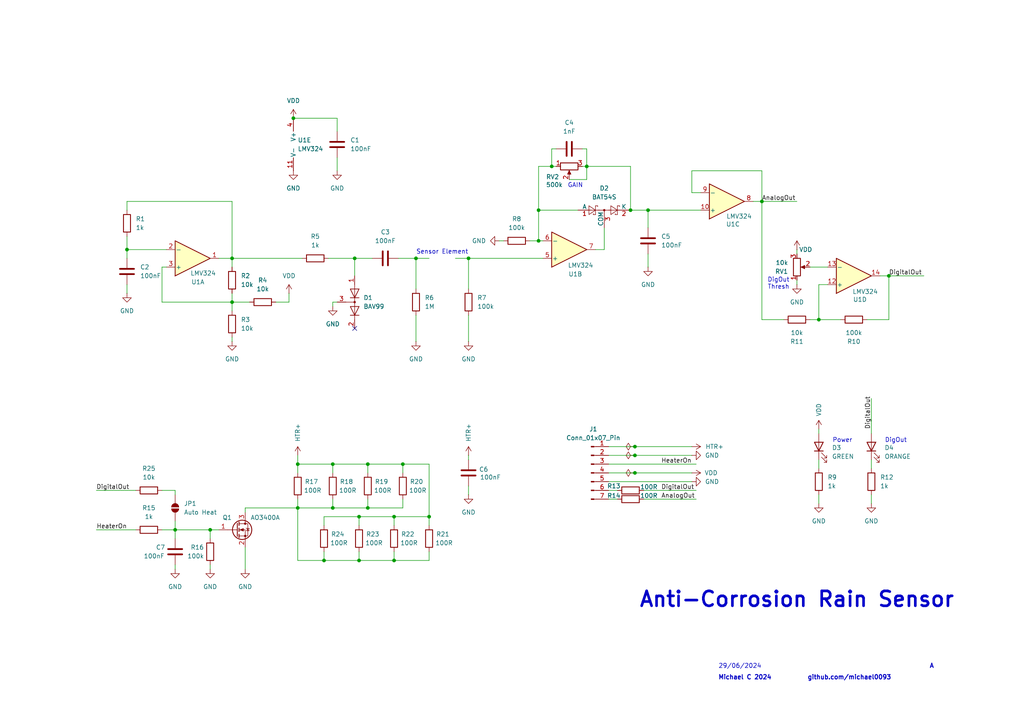
<source format=kicad_sch>
(kicad_sch (version 20231120) (generator "eeschema") (generator_version "8.0")
  (paper "A4")
  (lib_symbols
    (symbol "Amplifier_Operational:LMV324" (pin_names (offset 0.127))
      (property "Reference" "U" (at 0 5.08 0))
      (property "Value" "LMV324" (at 0 -5.08 0))
      (symbol "LMV324_1_1"
        (polyline (pts (xy -5.08 5.08) (xy 5.08 0) (xy -5.08 -5.08) (xy -5.08 5.08)) (stroke (width 0.254)) (fill (type background)))
        (pin output line (at 7.62 0 180) (length 2.54) (name "~") (number "1"))
        (pin input line (at -7.62 -2.54 0) (length 2.54) (name "-") (number "2"))
        (pin input line (at -7.62 2.54 0) (length 2.54) (name "+") (number "3"))
      )
      (symbol "LMV324_2_1"
        (polyline (pts (xy -5.08 5.08) (xy 5.08 0) (xy -5.08 -5.08) (xy -5.08 5.08)) (stroke (width 0.254)) (fill (type background)))
        (pin input line (at -7.62 2.54 0) (length 2.54) (name "+") (number "5"))
        (pin input line (at -7.62 -2.54 0) (length 2.54) (name "-") (number "6"))
        (pin output line (at 7.62 0 180) (length 2.54) (name "~") (number "7"))
      )
      (symbol "LMV324_3_1"
        (polyline (pts (xy -5.08 5.08) (xy 5.08 0) (xy -5.08 -5.08) (xy -5.08 5.08)) (stroke (width 0.254)) (fill (type background)))
        (pin input line (at -7.62 2.54 0) (length 2.54) (name "+") (number "10"))
        (pin output line (at 7.62 0 180) (length 2.54) (name "~") (number "8"))
        (pin input line (at -7.62 -2.54 0) (length 2.54) (name "-") (number "9"))
      )
      (symbol "LMV324_4_1"
        (polyline (pts (xy -5.08 5.08) (xy 5.08 0) (xy -5.08 -5.08) (xy -5.08 5.08)) (stroke (width 0.254)) (fill (type background)))
        (pin input line (at -7.62 2.54 0) (length 2.54) (name "+") (number "12"))
        (pin input line (at -7.62 -2.54 0) (length 2.54) (name "-") (number "13"))
        (pin output line (at 7.62 0 180) (length 2.54) (name "~") (number "14"))
      )
      (symbol "LMV324_5_1"
        (pin power_in line (at -2.54 -7.62 90) (length 3.81) (name "V-") (number "11"))
        (pin power_in line (at -2.54 7.62 270) (length 3.81) (name "V+") (number "4"))
      )
    )
    (symbol "Connector:Conn_01x07_Pin" (pin_names (offset 1.016) hide)
      (property "Reference" "J" (at 0 10.16 0))
      (property "Value" "Conn_01x07_Pin" (at 0 -10.16 0))
      (symbol "Conn_01x07_Pin_1_1"
        (polyline (pts (xy 1.27 -7.62) (xy 0.8636 -7.62)) (stroke (width 0.1524)))
        (polyline (pts (xy 1.27 -5.08) (xy 0.8636 -5.08)) (stroke (width 0.1524)))
        (polyline (pts (xy 1.27 -2.54) (xy 0.8636 -2.54)) (stroke (width 0.1524)))
        (polyline (pts (xy 1.27 0) (xy 0.8636 0)) (stroke (width 0.1524)))
        (polyline (pts (xy 1.27 2.54) (xy 0.8636 2.54)) (stroke (width 0.1524)))
        (polyline (pts (xy 1.27 5.08) (xy 0.8636 5.08)) (stroke (width 0.1524)))
        (polyline (pts (xy 1.27 7.62) (xy 0.8636 7.62)) (stroke (width 0.1524)))
        (rectangle (start 0.8636 -7.493) (end 0 -7.747) (stroke (width 0.1524)) (fill (type outline)))
        (rectangle (start 0.8636 -4.953) (end 0 -5.207) (stroke (width 0.1524)) (fill (type outline)))
        (rectangle (start 0.8636 -2.413) (end 0 -2.667) (stroke (width 0.1524)) (fill (type outline)))
        (rectangle (start 0.8636 0.127) (end 0 -0.127) (stroke (width 0.1524)) (fill (type outline)))
        (rectangle (start 0.8636 2.667) (end 0 2.413) (stroke (width 0.1524)) (fill (type outline)))
        (rectangle (start 0.8636 5.207) (end 0 4.953) (stroke (width 0.1524)) (fill (type outline)))
        (rectangle (start 0.8636 7.747) (end 0 7.493) (stroke (width 0.1524)) (fill (type outline)))
        (pin passive line (at 5.08 7.62 180) (length 3.81) (name "Pin_1") (number "1"))
        (pin passive line (at 5.08 5.08 180) (length 3.81) (name "Pin_2") (number "2"))
        (pin passive line (at 5.08 2.54 180) (length 3.81) (name "Pin_3") (number "3"))
        (pin passive line (at 5.08 0 180) (length 3.81) (name "Pin_4") (number "4"))
        (pin passive line (at 5.08 -2.54 180) (length 3.81) (name "Pin_5") (number "5"))
        (pin passive line (at 5.08 -5.08 180) (length 3.81) (name "Pin_6") (number "6"))
        (pin passive line (at 5.08 -7.62 180) (length 3.81) (name "Pin_7") (number "7"))
      )
    )
    (symbol "Device:C" (pin_numbers hide) (pin_names (offset 0.254))
      (property "Reference" "C" (at 0.635 2.54 0))
      (property "Value" "C" (at 0.635 -2.54 0))
      (symbol "C_0_1"
        (polyline (pts (xy -2.032 -0.762) (xy 2.032 -0.762)) (stroke (width 0.508)))
        (polyline (pts (xy -2.032 0.762) (xy 2.032 0.762)) (stroke (width 0.508)))
      )
      (symbol "C_1_1"
        (pin passive line (at 0 3.81 270) (length 2.794) (name "~") (number "1"))
        (pin passive line (at 0 -3.81 90) (length 2.794) (name "~") (number "2"))
      )
    )
    (symbol "Device:LED" (pin_numbers hide) (pin_names (offset 1.016) hide)
      (property "Reference" "D" (at 0 2.54 0))
      (property "Value" "LED" (at 0 -2.54 0))
      (symbol "LED_0_1"
        (polyline (pts (xy -1.27 -1.27) (xy -1.27 1.27)) (stroke (width 0.254)))
        (polyline (pts (xy -1.27 0) (xy 1.27 0)))
        (polyline (pts (xy 1.27 -1.27) (xy 1.27 1.27) (xy -1.27 0) (xy 1.27 -1.27)) (stroke (width 0.254)))
        (polyline (pts (xy -3.048 -0.762) (xy -4.572 -2.286) (xy -3.81 -2.286) (xy -4.572 -2.286) (xy -4.572 -1.524)))
        (polyline (pts (xy -1.778 -0.762) (xy -3.302 -2.286) (xy -2.54 -2.286) (xy -3.302 -2.286) (xy -3.302 -1.524)))
      )
      (symbol "LED_1_1"
        (pin passive line (at -3.81 0 0) (length 2.54) (name "K") (number "1"))
        (pin passive line (at 3.81 0 180) (length 2.54) (name "A") (number "2"))
      )
    )
    (symbol "Device:R" (pin_numbers hide) (pin_names (offset 0))
      (property "Reference" "R" (at 2.032 0 90))
      (property "Value" "R" (at 0 0 90))
      (symbol "R_0_1"
        (rectangle (start -1.016 -2.54) (end 1.016 2.54) (stroke (width 0.254)))
      )
      (symbol "R_1_1"
        (pin passive line (at 0 3.81 270) (length 1.27) (name "~") (number "1"))
        (pin passive line (at 0 -3.81 90) (length 1.27) (name "~") (number "2"))
      )
    )
    (symbol "Device:R_Potentiometer" (pin_names (offset 1.016) hide)
      (property "Reference" "RV" (at -4.445 0 90))
      (property "Value" "R_Potentiometer" (at -2.54 0 90))
      (symbol "R_Potentiometer_0_1"
        (polyline (pts (xy 2.54 0) (xy 1.524 0)))
        (polyline (pts (xy 1.143 0) (xy 2.286 0.508) (xy 2.286 -0.508) (xy 1.143 0)) (fill (type outline)))
        (rectangle (start 1.016 2.54) (end -1.016 -2.54) (stroke (width 0.254)))
      )
      (symbol "R_Potentiometer_1_1"
        (pin passive line (at 0 3.81 270) (length 1.27) (name "1") (number "1"))
        (pin passive line (at 3.81 0 180) (length 1.27) (name "2") (number "2"))
        (pin passive line (at 0 -3.81 90) (length 1.27) (name "3") (number "3"))
      )
    )
    (symbol "Diode:BAT54S" (pin_names (offset 0))
      (property "Reference" "D" (at 2.54 -5.08 0))
      (property "Value" "BAT54S" (at -6.35 3.175 0))
      (symbol "BAT54S_0_1"
        (polyline (pts (xy -3.81 0) (xy -1.27 0)))
        (polyline (pts (xy -3.175 -1.27) (xy -3.175 -1.016)))
        (polyline (pts (xy -2.54 -1.27) (xy -3.175 -1.27)))
        (polyline (pts (xy -2.54 -1.27) (xy -2.54 1.27)))
        (polyline (pts (xy -2.54 1.27) (xy -1.905 1.27)))
        (polyline (pts (xy -1.905 0) (xy 1.905 0)))
        (polyline (pts (xy -1.905 1.27) (xy -1.905 1.016)))
        (polyline (pts (xy 1.27 0) (xy 3.81 0)))
        (polyline (pts (xy 3.175 -1.27) (xy 3.175 -1.016)))
        (polyline (pts (xy 3.81 -1.27) (xy 3.175 -1.27)))
        (polyline (pts (xy 3.81 -1.27) (xy 3.81 1.27)))
        (polyline (pts (xy 3.81 1.27) (xy 4.445 1.27)))
        (polyline (pts (xy 4.445 1.27) (xy 4.445 1.016)))
        (polyline (pts (xy -4.445 1.27) (xy -4.445 -1.27) (xy -2.54 0) (xy -4.445 1.27)))
        (polyline (pts (xy 1.905 1.27) (xy 1.905 -1.27) (xy 3.81 0) (xy 1.905 1.27)))
        (circle (center 0 0) (radius 0.254) (fill (type outline)))
      )
      (symbol "BAT54S_1_1"
        (pin passive line (at -7.62 0 0) (length 3.81) (name "A") (number "1"))
        (pin passive line (at 7.62 0 180) (length 3.81) (name "K") (number "2"))
        (pin passive line (at 0 -5.08 90) (length 5.08) (name "COM") (number "3"))
      )
    )
    (symbol "Diode:BAV99" (pin_names hide)
      (property "Reference" "D" (at 0 5.08 0))
      (property "Value" "BAV99" (at 0 2.54 0))
      (symbol "BAV99_0_1"
        (polyline (pts (xy -5.08 0) (xy 5.08 0)))
      )
      (symbol "BAV99_1_1"
        (polyline (pts (xy 0 0) (xy 0 -2.54)))
        (polyline (pts (xy -1.27 -1.27) (xy -1.27 1.27) (xy -1.27 1.27)) (stroke (width 0.2032)))
        (polyline (pts (xy 3.81 1.27) (xy 3.81 -1.27) (xy 3.81 -1.27)) (stroke (width 0.2032)))
        (polyline (pts (xy -3.81 1.27) (xy -1.27 0) (xy -3.81 -1.27) (xy -3.81 1.27) (xy -3.81 1.27) (xy -3.81 1.27)) (stroke (width 0.2032)))
        (polyline (pts (xy 1.27 1.27) (xy 3.81 0) (xy 1.27 -1.27) (xy 1.27 1.27) (xy 1.27 1.27) (xy 1.27 1.27)) (stroke (width 0.2032)))
        (circle (center 0 0) (radius 0.254) (fill (type outline)))
        (pin passive line (at -7.62 0 0) (length 2.54) (name "K") (number "1"))
        (pin passive line (at 7.62 0 180) (length 2.54) (name "A") (number "2"))
        (pin passive line (at 0 -5.08 90) (length 2.54) (name "K") (number "3"))
      )
    )
    (symbol "Jumper:SolderJumper_2_Open" (pin_numbers hide) (pin_names (offset 0) hide) (exclude_from_sim yes) (in_bom no)
      (property "Reference" "JP" (at 0 2.032 0))
      (property "Value" "SolderJumper_2_Open" (at 0 -2.54 0))
      (symbol "SolderJumper_2_Open_0_1"
        (arc (start -0.254 1.016) (mid -1.2656 0) (end -0.254 -1.016))
        (arc (start -0.254 1.016) (mid -1.2656 0) (end -0.254 -1.016) (fill (type outline)))
        (polyline (pts (xy -0.254 1.016) (xy -0.254 -1.016)))
        (polyline (pts (xy 0.254 1.016) (xy 0.254 -1.016)))
        (arc (start 0.254 -1.016) (mid 1.2656 0) (end 0.254 1.016))
        (arc (start 0.254 -1.016) (mid 1.2656 0) (end 0.254 1.016) (fill (type outline)))
      )
      (symbol "SolderJumper_2_Open_1_1"
        (pin passive line (at -3.81 0 0) (length 2.54) (name "A") (number "1"))
        (pin passive line (at 3.81 0 180) (length 2.54) (name "B") (number "2"))
      )
    )
    (symbol "Transistor_FET:AO3400A" (pin_names hide)
      (property "Reference" "Q" (at 5.08 1.905 0))
      (property "Value" "AO3400A" (at 5.08 0 0))
      (symbol "AO3400A_0_1"
        (polyline (pts (xy 0.254 0) (xy -2.54 0)))
        (polyline (pts (xy 0.254 1.905) (xy 0.254 -1.905)) (stroke (width 0.254)))
        (polyline (pts (xy 0.762 -1.27) (xy 0.762 -2.286)) (stroke (width 0.254)))
        (polyline (pts (xy 0.762 0.508) (xy 0.762 -0.508)) (stroke (width 0.254)))
        (polyline (pts (xy 0.762 2.286) (xy 0.762 1.27)) (stroke (width 0.254)))
        (polyline (pts (xy 2.54 2.54) (xy 2.54 1.778)))
        (polyline (pts (xy 2.54 -2.54) (xy 2.54 0) (xy 0.762 0)))
        (polyline (pts (xy 0.762 -1.778) (xy 3.302 -1.778) (xy 3.302 1.778) (xy 0.762 1.778)))
        (polyline (pts (xy 1.016 0) (xy 2.032 0.381) (xy 2.032 -0.381) (xy 1.016 0)) (fill (type outline)))
        (polyline (pts (xy 2.794 0.508) (xy 2.921 0.381) (xy 3.683 0.381) (xy 3.81 0.254)))
        (polyline (pts (xy 3.302 0.381) (xy 2.921 -0.254) (xy 3.683 -0.254) (xy 3.302 0.381)))
        (circle (center 1.651 0) (radius 2.794) (stroke (width 0.254)))
        (circle (center 2.54 -1.778) (radius 0.254) (fill (type outline)))
        (circle (center 2.54 1.778) (radius 0.254) (fill (type outline)))
      )
      (symbol "AO3400A_1_1"
        (pin input line (at -5.08 0 0) (length 2.54) (name "G") (number "1"))
        (pin passive line (at 2.54 -5.08 90) (length 2.54) (name "S") (number "2"))
        (pin passive line (at 2.54 5.08 270) (length 2.54) (name "D") (number "3"))
      )
    )
    (symbol "power:GND" (power) (pin_numbers hide) (pin_names (offset 0) hide)
      (property "Value" "GND" (at 0 -3.81 0))
      (symbol "GND_0_1"
        (polyline (pts (xy 0 0) (xy 0 -1.27) (xy 1.27 -1.27) (xy 0 -2.54) (xy -1.27 -1.27) (xy 0 -1.27)))
      )
      (symbol "GND_1_1"
        (pin power_in line (at 0 0 270) (length 0) (name "~") (number "1"))
      )
    )
    (symbol "power:PWR_FLAG" (power) (pin_numbers hide) (pin_names (offset 0) hide)
      (property "Value" "PWR_FLAG" (at 0 3.81 0))
      (symbol "PWR_FLAG_0_0"
        (pin power_out line (at 0 0 90) (length 0) (name "~") (number "1"))
      )
      (symbol "PWR_FLAG_0_1"
        (polyline (pts (xy 0 0) (xy 0 1.27) (xy -1.016 1.905) (xy 0 2.54) (xy 1.016 1.905) (xy 0 1.27)))
      )
    )
    (symbol "power:VDD" (power) (pin_numbers hide) (pin_names (offset 0) hide)
      (property "Value" "VDD" (at 0 3.556 0))
      (symbol "VDD_0_1"
        (polyline (pts (xy -0.762 1.27) (xy 0 2.54)))
        (polyline (pts (xy 0 0) (xy 0 2.54)))
        (polyline (pts (xy 0 2.54) (xy 0.762 1.27)))
      )
      (symbol "VDD_1_1"
        (pin power_in line (at 0 0 90) (length 0) (name "~") (number "1"))
      )
    )
  )
  (junction (at 184.15 129.54))
  (junction (at 160.02 48.26))
  (junction (at 106.68 134.62))
  (junction (at 102.87 74.93))
  (junction (at 220.98 58.42))
  (junction (at 104.14 162.56))
  (junction (at 67.31 87.63))
  (junction (at 96.52 134.62))
  (junction (at 120.65 74.93))
  (junction (at 86.36 134.62))
  (junction (at 237.49 92.71))
  (junction (at 93.98 162.56))
  (junction (at 124.46 149.86))
  (junction (at 257.81 80.01))
  (junction (at 85.09 34.29))
  (junction (at 114.3 149.86))
  (junction (at 114.3 162.56))
  (junction (at 184.15 137.16))
  (junction (at 67.31 74.93))
  (junction (at 156.21 60.96))
  (junction (at 182.88 60.96))
  (junction (at 50.8 153.67))
  (junction (at 86.36 147.32))
  (junction (at 36.83 72.39))
  (junction (at 116.84 134.62))
  (junction (at 170.18 48.26))
  (junction (at 96.52 147.32))
  (junction (at 104.14 149.86))
  (junction (at 184.15 132.08))
  (junction (at 60.96 153.67))
  (junction (at 156.21 69.85))
  (junction (at 187.96 60.96))
  (junction (at 135.89 74.93))
  (junction (at 106.68 147.32))
  (no_connect (at 102.87 95.25))
  (wire (pts (xy 124.46 162.56) (xy 124.46 160.02)))
  (wire (pts (xy 50.8 142.24) (xy 50.8 143.51)))
  (wire (pts (xy 50.8 163.83) (xy 50.8 165.1)))
  (wire (pts (xy 80.01 87.63) (xy 83.82 87.63)))
  (wire (pts (xy 50.8 153.67) (xy 50.8 156.21)))
  (wire (pts (xy 156.21 48.26) (xy 156.21 60.96)))
  (wire (pts (xy 97.79 38.1) (xy 97.79 34.29)))
  (wire (pts (xy 220.98 58.42) (xy 220.98 49.53)))
  (wire (pts (xy 96.52 144.78) (xy 96.52 147.32)))
  (wire (pts (xy 257.81 80.01) (xy 267.97 80.01)))
  (wire (pts (xy 67.31 74.93) (xy 87.63 74.93)))
  (wire (pts (xy 97.79 87.63) (xy 96.52 87.63)))
  (wire (pts (xy 106.68 134.62) (xy 116.84 134.62)))
  (wire (pts (xy 67.31 74.93) (xy 67.31 58.42)))
  (wire (pts (xy 104.14 149.86) (xy 114.3 149.86)))
  (wire (pts (xy 36.83 72.39) (xy 36.83 74.93)))
  (wire (pts (xy 176.53 142.24) (xy 179.07 142.24)))
  (wire (pts (xy 97.79 49.53) (xy 97.79 45.72)))
  (wire (pts (xy 114.3 162.56) (xy 124.46 162.56)))
  (wire (pts (xy 124.46 134.62) (xy 116.84 134.62)))
  (wire (pts (xy 67.31 85.09) (xy 67.31 87.63)))
  (wire (pts (xy 86.36 137.16) (xy 86.36 134.62)))
  (wire (pts (xy 237.49 125.73) (xy 237.49 124.46)))
  (wire (pts (xy 252.73 143.51) (xy 252.73 146.05)))
  (wire (pts (xy 184.15 132.08) (xy 200.66 132.08)))
  (wire (pts (xy 60.96 153.67) (xy 60.96 156.21)))
  (wire (pts (xy 187.96 77.47) (xy 187.96 73.66)))
  (wire (pts (xy 186.69 144.78) (xy 201.93 144.78)))
  (wire (pts (xy 63.5 74.93) (xy 67.31 74.93)))
  (wire (pts (xy 218.44 58.42) (xy 220.98 58.42)))
  (wire (pts (xy 36.83 68.58) (xy 36.83 72.39)))
  (wire (pts (xy 116.84 134.62) (xy 116.84 137.16)))
  (wire (pts (xy 27.94 153.67) (xy 39.37 153.67)))
  (wire (pts (xy 176.53 137.16) (xy 184.15 137.16)))
  (wire (pts (xy 124.46 149.86) (xy 124.46 152.4)))
  (wire (pts (xy 160.02 43.18) (xy 160.02 48.26)))
  (wire (pts (xy 165.1 52.07) (xy 170.18 52.07)))
  (wire (pts (xy 93.98 160.02) (xy 93.98 162.56)))
  (wire (pts (xy 96.52 147.32) (xy 86.36 147.32)))
  (wire (pts (xy 97.79 34.29) (xy 85.09 34.29)))
  (wire (pts (xy 172.72 72.39) (xy 175.26 72.39)))
  (wire (pts (xy 86.36 147.32) (xy 86.36 162.56)))
  (wire (pts (xy 156.21 69.85) (xy 157.48 69.85)))
  (wire (pts (xy 187.96 60.96) (xy 203.2 60.96)))
  (wire (pts (xy 170.18 43.18) (xy 168.91 43.18)))
  (wire (pts (xy 36.83 58.42) (xy 36.83 60.96)))
  (wire (pts (xy 255.27 80.01) (xy 257.81 80.01)))
  (wire (pts (xy 135.89 140.97) (xy 135.89 143.51)))
  (wire (pts (xy 93.98 149.86) (xy 104.14 149.86)))
  (wire (pts (xy 187.96 60.96) (xy 187.96 66.04)))
  (wire (pts (xy 200.66 49.53) (xy 200.66 55.88)))
  (wire (pts (xy 27.94 142.24) (xy 39.37 142.24)))
  (wire (pts (xy 120.65 74.93) (xy 115.57 74.93)))
  (wire (pts (xy 60.96 163.83) (xy 60.96 165.1)))
  (wire (pts (xy 170.18 52.07) (xy 170.18 48.26)))
  (wire (pts (xy 50.8 153.67) (xy 46.99 153.67)))
  (wire (pts (xy 96.52 87.63) (xy 96.52 88.9)))
  (wire (pts (xy 176.53 139.7) (xy 200.66 139.7)))
  (wire (pts (xy 104.14 149.86) (xy 104.14 152.4)))
  (wire (pts (xy 71.12 147.32) (xy 86.36 147.32)))
  (wire (pts (xy 252.73 133.35) (xy 252.73 135.89)))
  (wire (pts (xy 243.84 92.71) (xy 237.49 92.71)))
  (wire (pts (xy 86.36 134.62) (xy 96.52 134.62)))
  (wire (pts (xy 106.68 144.78) (xy 106.68 147.32)))
  (wire (pts (xy 102.87 74.93) (xy 107.95 74.93)))
  (wire (pts (xy 120.65 91.44) (xy 120.65 99.06)))
  (wire (pts (xy 86.36 132.08) (xy 86.36 134.62)))
  (wire (pts (xy 96.52 134.62) (xy 96.52 137.16)))
  (wire (pts (xy 106.68 134.62) (xy 106.68 137.16)))
  (wire (pts (xy 67.31 74.93) (xy 67.31 77.47)))
  (wire (pts (xy 176.53 132.08) (xy 184.15 132.08)))
  (wire (pts (xy 104.14 162.56) (xy 114.3 162.56)))
  (wire (pts (xy 161.29 43.18) (xy 160.02 43.18)))
  (wire (pts (xy 220.98 49.53) (xy 200.66 49.53)))
  (wire (pts (xy 237.49 133.35) (xy 237.49 135.89)))
  (wire (pts (xy 116.84 147.32) (xy 106.68 147.32)))
  (wire (pts (xy 187.96 60.96) (xy 182.88 60.96)))
  (wire (pts (xy 104.14 160.02) (xy 104.14 162.56)))
  (wire (pts (xy 200.66 55.88) (xy 203.2 55.88)))
  (wire (pts (xy 71.12 158.75) (xy 71.12 165.1)))
  (wire (pts (xy 67.31 87.63) (xy 67.31 90.17)))
  (wire (pts (xy 36.83 72.39) (xy 48.26 72.39)))
  (wire (pts (xy 46.99 77.47) (xy 46.99 87.63)))
  (wire (pts (xy 71.12 148.59) (xy 71.12 147.32)))
  (wire (pts (xy 93.98 162.56) (xy 104.14 162.56)))
  (wire (pts (xy 67.31 58.42) (xy 36.83 58.42)))
  (wire (pts (xy 160.02 48.26) (xy 156.21 48.26)))
  (wire (pts (xy 93.98 152.4) (xy 93.98 149.86)))
  (wire (pts (xy 102.87 80.01) (xy 102.87 74.93)))
  (wire (pts (xy 48.26 77.47) (xy 46.99 77.47)))
  (wire (pts (xy 96.52 134.62) (xy 106.68 134.62)))
  (wire (pts (xy 184.15 137.16) (xy 200.66 137.16)))
  (wire (pts (xy 46.99 87.63) (xy 67.31 87.63)))
  (wire (pts (xy 252.73 115.57) (xy 252.73 125.73)))
  (wire (pts (xy 161.29 48.26) (xy 160.02 48.26)))
  (wire (pts (xy 67.31 97.79) (xy 67.31 99.06)))
  (wire (pts (xy 50.8 151.13) (xy 50.8 153.67)))
  (wire (pts (xy 86.36 144.78) (xy 86.36 147.32)))
  (wire (pts (xy 182.88 48.26) (xy 182.88 60.96)))
  (wire (pts (xy 176.53 144.78) (xy 179.07 144.78)))
  (wire (pts (xy 114.3 160.02) (xy 114.3 162.56)))
  (wire (pts (xy 120.65 74.93) (xy 124.46 74.93)))
  (wire (pts (xy 144.78 69.85) (xy 146.05 69.85)))
  (wire (pts (xy 176.53 129.54) (xy 184.15 129.54)))
  (wire (pts (xy 237.49 82.55) (xy 240.03 82.55)))
  (wire (pts (xy 114.3 149.86) (xy 124.46 149.86)))
  (wire (pts (xy 102.87 74.93) (xy 95.25 74.93)))
  (wire (pts (xy 231.14 72.39) (xy 231.14 73.66)))
  (wire (pts (xy 135.89 74.93) (xy 132.08 74.93)))
  (wire (pts (xy 124.46 134.62) (xy 124.46 149.86)))
  (wire (pts (xy 86.36 162.56) (xy 93.98 162.56)))
  (wire (pts (xy 116.84 144.78) (xy 116.84 147.32)))
  (wire (pts (xy 257.81 80.01) (xy 257.81 92.71)))
  (wire (pts (xy 135.89 132.08) (xy 135.89 133.35)))
  (wire (pts (xy 156.21 60.96) (xy 156.21 69.85)))
  (wire (pts (xy 72.39 87.63) (xy 67.31 87.63)))
  (wire (pts (xy 135.89 91.44) (xy 135.89 99.06)))
  (wire (pts (xy 231.14 82.55) (xy 231.14 81.28)))
  (wire (pts (xy 120.65 83.82) (xy 120.65 74.93)))
  (wire (pts (xy 184.15 129.54) (xy 200.66 129.54)))
  (wire (pts (xy 36.83 82.55) (xy 36.83 85.09)))
  (wire (pts (xy 63.5 153.67) (xy 60.96 153.67)))
  (wire (pts (xy 106.68 147.32) (xy 96.52 147.32)))
  (wire (pts (xy 176.53 134.62) (xy 201.93 134.62)))
  (wire (pts (xy 46.99 142.24) (xy 50.8 142.24)))
  (wire (pts (xy 135.89 83.82) (xy 135.89 74.93)))
  (wire (pts (xy 257.81 92.71) (xy 251.46 92.71)))
  (wire (pts (xy 167.64 60.96) (xy 156.21 60.96)))
  (wire (pts (xy 153.67 69.85) (xy 156.21 69.85)))
  (wire (pts (xy 220.98 58.42) (xy 231.14 58.42)))
  (wire (pts (xy 186.69 142.24) (xy 201.93 142.24)))
  (wire (pts (xy 170.18 48.26) (xy 170.18 43.18)))
  (wire (pts (xy 170.18 48.26) (xy 182.88 48.26)))
  (wire (pts (xy 60.96 153.67) (xy 50.8 153.67)))
  (wire (pts (xy 135.89 74.93) (xy 157.48 74.93)))
  (wire (pts (xy 227.33 92.71) (xy 220.98 92.71)))
  (wire (pts (xy 175.26 72.39) (xy 175.26 66.04)))
  (wire (pts (xy 234.95 77.47) (xy 240.03 77.47)))
  (wire (pts (xy 237.49 143.51) (xy 237.49 146.05)))
  (wire (pts (xy 83.82 87.63) (xy 83.82 85.09)))
  (wire (pts (xy 114.3 149.86) (xy 114.3 152.4)))
  (wire (pts (xy 234.95 92.71) (xy 237.49 92.71)))
  (wire (pts (xy 237.49 92.71) (xy 237.49 82.55)))
  (wire (pts (xy 220.98 92.71) (xy 220.98 58.42)))
  (wire (pts (xy 168.91 48.26) (xy 170.18 48.26)))
  (text "29/06/2024" (at 214.63 193.294 0) (effects (font (size 1.27 1.27))))
  (text "Power" (at 244.348 127.762 0) (effects (font (size 1.27 1.27))))
  (text "DigOut" (at 259.842 127.762 0) (effects (font (size 1.27 1.27))))
  (text "A" (at 270.256 193.294 0) (effects (font (size 1.27 1.27) (thickness 0.254) (bold yes))))
  (text "Michael C 2024           github.com/michael0093" (at 233.426 196.596 0) (effects (font (size 1.27 1.27) (thickness 0.254) (bold yes))))
  (text "Sensor Element" (at 128.27 73.152 0) (effects (font (size 1.27 1.27))))
  (text "Anti-Corrosion Rain Sensor" (at 231.14 173.99 0) (effects (font (size 4.318 4.318) (thickness 0.762) (bold yes))))
  (text "DigOut\nThresh" (at 225.806 82.296 0) (effects (font (size 1.27 1.27))))
  (text "GAIN" (at 166.878 53.848 0) (effects (font (size 1.27 1.27))))
  (label "HeaterOn" (at 36.83 153.67 180))
  (label "AnalogOut" (at 191.77 144.78 0))
  (label "DigitalOut" (at 191.77 142.24 0))
  (label "AnalogOut" (at 220.98 58.42 0))
  (label "HeaterOn" (at 191.77 134.62 0))
  (label "DigitalOut" (at 27.94 142.24 0))
  (label "DigitalOut" (at 252.73 124.46 90))
  (label "DigitalOut" (at 257.81 80.01 0))
  (symbol (lib_id "Device:R") (at 247.65 92.71 90) (mirror x) (unit 1)
    (property "Reference" "R10" (at 247.65 99.06 90))
    (property "Value" "100k" (at 247.65 96.52 90))
    (property "Footprint" "Resistor_SMD:R_0603_1608Metric" (effects (hide yes)))
    (property "Description" "Resistor" (effects (hide yes)))
  )
  (symbol (lib_id "power:GND") (at 200.66 132.08 90) (mirror x) (unit 1)
    (property "Reference" "#PWR017" (effects (hide yes)))
    (property "Value" "GND" (at 204.47 132.0799 90) (effects (justify right)))
    (property "Description" "Power symbol creates a global label with name \"GND\" , ground" (effects (hide yes)))
  )
  (symbol (lib_id "Device:C") (at 50.8 160.02 0) (mirror x) (unit 1)
    (property "Reference" "C7" (at 45.212 158.75 0) (effects (justify left)))
    (property "Value" "100nF" (at 41.656 161.29 0) (effects (justify left)))
    (property "Footprint" "Capacitor_SMD:C_0603_1608Metric" (effects (hide yes)))
    (property "Description" "Unpolarized capacitor" (effects (hide yes)))
  )
  (symbol (lib_id "Device:C") (at 36.83 78.74 0) (unit 1)
    (property "Reference" "C2" (at 40.64 77.4699 0) (effects (justify left)))
    (property "Value" "100nF" (at 40.64 80.0099 0) (effects (justify left)))
    (property "Footprint" "Capacitor_SMD:C_0603_1608Metric" (effects (hide yes)))
    (property "Description" "Unpolarized capacitor" (effects (hide yes)))
  )
  (symbol (lib_id "Device:C") (at 135.89 137.16 0) (unit 1)
    (property "Reference" "C6" (at 138.938 136.144 0) (effects (justify left)))
    (property "Value" "100nF" (at 139.192 138.43 0) (effects (justify left)))
    (property "Footprint" "Capacitor_SMD:C_0603_1608Metric" (effects (hide yes)))
    (property "Description" "Unpolarized capacitor" (effects (hide yes)))
  )
  (symbol (lib_id "power:GND") (at 135.89 143.51 0) (mirror y) (unit 1)
    (property "Reference" "#PWR025" (effects (hide yes)))
    (property "Value" "GND" (at 135.89 148.59 0))
    (property "Description" "Power symbol creates a global label with name \"GND\" , ground" (effects (hide yes)))
  )
  (symbol (lib_id "power:GND") (at 252.73 146.05 0) (mirror y) (unit 1)
    (property "Reference" "#PWR021" (effects (hide yes)))
    (property "Value" "GND" (at 252.73 151.13 0))
    (property "Description" "Power symbol creates a global label with name \"GND\" , ground" (effects (hide yes)))
  )
  (symbol (lib_id "Amplifier_Operational:LMV324") (at 55.88 74.93 0) (mirror x) (unit 1)
    (property "Reference" "U1" (at 57.404 81.788 0))
    (property "Value" "LMV324" (at 58.928 79.248 0))
    (property "Footprint" "Package_SO:SOIC-14_3.9x8.7mm_P1.27mm" (effects (hide yes)))
    (property "Datasheet" "http://www.ti.com/lit/ds/symlink/lmv324.pdf" (effects (hide yes)))
    (property "Description" "Quad Low-Voltage Rail-to-Rail Output Operational Amplifier, SOIC-14/SSOP-14" (effects (hide yes)))
  )
  (symbol (lib_id "power:GND") (at 36.83 85.09 0) (unit 1)
    (property "Reference" "#PWR03" (effects (hide yes)))
    (property "Value" "GND" (at 36.83 90.17 0))
    (property "Description" "Power symbol creates a global label with name \"GND\" , ground" (effects (hide yes)))
  )
  (symbol (lib_id "power:GND") (at 71.12 165.1 0) (unit 1)
    (property "Reference" "#PWR022" (effects (hide yes)))
    (property "Value" "GND" (at 71.12 170.18 0))
    (property "Description" "Power symbol creates a global label with name \"GND\" , ground" (effects (hide yes)))
  )
  (symbol (lib_id "Device:R") (at 124.46 156.21 180) (unit 1)
    (property "Reference" "R21" (at 126.492 154.94 0) (effects (justify right)))
    (property "Value" "100R" (at 126.238 157.48 0) (effects (justify right)))
    (property "Footprint" "Resistor_SMD:R_1206_3216Metric" (effects (hide yes)))
    (property "Description" "Resistor" (effects (hide yes)))
  )
  (symbol (lib_id "Device:R") (at 76.2 87.63 90) (unit 1)
    (property "Reference" "R4" (at 76.2 81.28 90))
    (property "Value" "10k" (at 76.2 83.82 90))
    (property "Footprint" "Resistor_SMD:R_0603_1608Metric" (effects (hide yes)))
    (property "Description" "Resistor" (effects (hide yes)))
  )
  (symbol (lib_id "Device:R") (at 231.14 92.71 90) (mirror x) (unit 1)
    (property "Reference" "R11" (at 231.14 99.06 90))
    (property "Value" "10k" (at 231.14 96.52 90))
    (property "Footprint" "Resistor_SMD:R_0603_1608Metric" (effects (hide yes)))
    (property "Description" "Resistor" (effects (hide yes)))
  )
  (symbol (lib_id "Device:R") (at 60.96 160.02 0) (mirror x) (unit 1)
    (property "Reference" "R16" (at 59.182 158.75 0) (effects (justify right)))
    (property "Value" "100k" (at 59.182 161.29 0) (effects (justify right)))
    (property "Footprint" "Resistor_SMD:R_0603_1608Metric" (effects (hide yes)))
    (property "Description" "Resistor" (effects (hide yes)))
  )
  (symbol (lib_id "power:PWR_FLAG") (at 184.15 137.16 90) (unit 1)
    (property "Reference" "#FLG03" (effects (hide yes)))
    (property "Value" "PWR_FLAG" (effects (hide yes)))
    (property "Description" "Special symbol for telling ERC where power comes from" (effects (hide yes)))
  )
  (symbol (lib_id "Device:R") (at 135.89 87.63 180) (unit 1)
    (property "Reference" "R7" (at 138.43 86.3599 0) (effects (justify right)))
    (property "Value" "100k" (at 138.43 88.8999 0) (effects (justify right)))
    (property "Footprint" "Resistor_SMD:R_0603_1608Metric" (effects (hide yes)))
    (property "Description" "Resistor" (effects (hide yes)))
  )
  (symbol (lib_id "Device:C") (at 165.1 43.18 90) (unit 1)
    (property "Reference" "C4" (at 165.1 35.56 90))
    (property "Value" "1nF" (at 165.1 38.1 90))
    (property "Footprint" "Capacitor_SMD:C_0603_1608Metric" (effects (hide yes)))
    (property "Description" "Unpolarized capacitor" (effects (hide yes)))
  )
  (symbol (lib_id "power:GND") (at 50.8 165.1 0) (unit 1)
    (property "Reference" "#PWR024" (effects (hide yes)))
    (property "Value" "GND" (at 50.8 170.18 0))
    (property "Description" "Power symbol creates a global label with name \"GND\" , ground" (effects (hide yes)))
  )
  (symbol (lib_id "Device:C") (at 97.79 41.91 0) (unit 1)
    (property "Reference" "C1" (at 101.6 40.6399 0) (effects (justify left)))
    (property "Value" "100nF" (at 101.6 43.1799 0) (effects (justify left)))
    (property "Footprint" "Capacitor_SMD:C_0603_1608Metric" (effects (hide yes)))
    (property "Description" "Unpolarized capacitor" (effects (hide yes)))
  )
  (symbol (lib_id "Device:R") (at 116.84 140.97 180) (unit 1)
    (property "Reference" "R20" (at 118.872 139.7 0) (effects (justify right)))
    (property "Value" "100R" (at 118.618 142.24 0) (effects (justify right)))
    (property "Footprint" "Resistor_SMD:R_1206_3216Metric" (effects (hide yes)))
    (property "Description" "Resistor" (effects (hide yes)))
  )
  (symbol (lib_id "power:GND") (at 120.65 99.06 0) (unit 1)
    (property "Reference" "#PWR08" (effects (hide yes)))
    (property "Value" "GND" (at 120.65 104.14 0))
    (property "Description" "Power symbol creates a global label with name \"GND\" , ground" (effects (hide yes)))
  )
  (symbol (lib_id "power:VDD") (at 200.66 129.54 270) (unit 1)
    (property "Reference" "#PWR016" (effects (hide yes)))
    (property "Value" "HTR+" (at 207.264 129.54 90))
    (property "Description" "Power symbol creates a global label with name \"VDD\"" (effects (hide yes)))
  )
  (symbol (lib_id "power:GND") (at 144.78 69.85 270) (mirror x) (unit 1)
    (property "Reference" "#PWR010" (effects (hide yes)))
    (property "Value" "GND" (at 140.97 69.8499 90) (effects (justify right)))
    (property "Description" "Power symbol creates a global label with name \"GND\" , ground" (effects (hide yes)))
  )
  (symbol (lib_id "Device:R") (at 67.31 93.98 0) (unit 1)
    (property "Reference" "R3" (at 69.85 92.7099 0) (effects (justify left)))
    (property "Value" "10k" (at 69.85 95.2499 0) (effects (justify left)))
    (property "Footprint" "Resistor_SMD:R_0603_1608Metric" (effects (hide yes)))
    (property "Description" "Resistor" (effects (hide yes)))
  )
  (symbol (lib_id "Device:R") (at 252.73 139.7 0) (unit 1)
    (property "Reference" "R12" (at 255.27 138.4299 0) (effects (justify left)))
    (property "Value" "1k" (at 255.27 140.9699 0) (effects (justify left)))
    (property "Footprint" "Resistor_SMD:R_0603_1608Metric" (effects (hide yes)))
    (property "Description" "Resistor" (effects (hide yes)))
  )
  (symbol (lib_id "Device:R") (at 91.44 74.93 90) (unit 1)
    (property "Reference" "R5" (at 91.44 68.58 90))
    (property "Value" "1k" (at 91.44 71.12 90))
    (property "Footprint" "Resistor_SMD:R_0603_1608Metric" (effects (hide yes)))
    (property "Description" "Resistor" (effects (hide yes)))
  )
  (symbol (lib_id "power:GND") (at 67.31 99.06 0) (unit 1)
    (property "Reference" "#PWR04" (effects (hide yes)))
    (property "Value" "GND" (at 67.31 104.14 0))
    (property "Description" "Power symbol creates a global label with name \"GND\" , ground" (effects (hide yes)))
  )
  (symbol (lib_id "power:GND") (at 60.96 165.1 0) (unit 1)
    (property "Reference" "#PWR023" (effects (hide yes)))
    (property "Value" "GND" (at 60.96 170.18 0))
    (property "Description" "Power symbol creates a global label with name \"GND\" , ground" (effects (hide yes)))
  )
  (symbol (lib_id "power:GND") (at 200.66 139.7 90) (mirror x) (unit 1)
    (property "Reference" "#PWR014" (effects (hide yes)))
    (property "Value" "GND" (at 204.47 139.6999 90) (effects (justify right)))
    (property "Description" "Power symbol creates a global label with name \"GND\" , ground" (effects (hide yes)))
  )
  (symbol (lib_id "Device:R") (at 96.52 140.97 180) (unit 1)
    (property "Reference" "R18" (at 98.552 139.7 0) (effects (justify right)))
    (property "Value" "100R" (at 98.298 142.24 0) (effects (justify right)))
    (property "Footprint" "Resistor_SMD:R_1206_3216Metric" (effects (hide yes)))
    (property "Description" "Resistor" (effects (hide yes)))
  )
  (symbol (lib_id "Device:R") (at 36.83 64.77 0) (unit 1)
    (property "Reference" "R1" (at 39.37 63.4999 0) (effects (justify left)))
    (property "Value" "1k" (at 39.37 66.0399 0) (effects (justify left)))
    (property "Footprint" "Resistor_SMD:R_0603_1608Metric" (effects (hide yes)))
    (property "Description" "Resistor" (effects (hide yes)))
  )
  (symbol (lib_id "Amplifier_Operational:LMV324") (at 87.63 41.91 0) (unit 5)
    (property "Reference" "U1" (at 86.36 40.6399 0) (effects (justify left)))
    (property "Value" "LMV324" (at 86.36 43.1799 0) (effects (justify left)))
    (property "Footprint" "Package_SO:SOIC-14_3.9x8.7mm_P1.27mm" (effects (hide yes)))
    (property "Datasheet" "http://www.ti.com/lit/ds/symlink/lmv324.pdf" (effects (hide yes)))
    (property "Description" "Quad Low-Voltage Rail-to-Rail Output Operational Amplifier, SOIC-14/SSOP-14" (effects (hide yes)))
  )
  (symbol (lib_id "Device:C") (at 187.96 69.85 0) (unit 1)
    (property "Reference" "C5" (at 191.77 68.5799 0) (effects (justify left)))
    (property "Value" "100nF" (at 191.77 71.1199 0) (effects (justify left)))
    (property "Footprint" "Capacitor_SMD:C_0603_1608Metric" (effects (hide yes)))
    (property "Description" "Unpolarized capacitor" (effects (hide yes)))
  )
  (symbol (lib_id "Jumper:SolderJumper_2_Open") (at 50.8 147.32 90) (unit 1) (exclude_from_sim yes) (in_bom no)
    (property "Reference" "JP1" (at 53.34 146.0499 90) (effects (justify right)))
    (property "Value" "Auto Heat" (at 53.34 148.5899 90) (effects (justify right)))
    (property "Footprint" "Jumper:SolderJumper-2_P1.3mm_Open_TrianglePad1.0x1.5mm" (effects (hide yes)))
    (property "Description" "Solder Jumper, 2-pole, open" (effects (hide yes)))
  )
  (symbol (lib_id "Device:R") (at 149.86 69.85 90) (unit 1)
    (property "Reference" "R8" (at 149.86 63.5 90))
    (property "Value" "100k" (at 149.86 66.04 90))
    (property "Footprint" "Resistor_SMD:R_0603_1608Metric" (effects (hide yes)))
    (property "Description" "Resistor" (effects (hide yes)))
  )
  (symbol (lib_id "Device:R") (at 114.3 156.21 180) (unit 1)
    (property "Reference" "R22" (at 116.332 154.94 0) (effects (justify right)))
    (property "Value" "100R" (at 116.078 157.48 0) (effects (justify right)))
    (property "Footprint" "Resistor_SMD:R_1206_3216Metric" (effects (hide yes)))
    (property "Description" "Resistor" (effects (hide yes)))
  )
  (symbol (lib_id "power:GND") (at 96.52 88.9 0) (unit 1)
    (property "Reference" "#PWR07" (effects (hide yes)))
    (property "Value" "GND" (at 96.52 93.98 0))
    (property "Description" "Power symbol creates a global label with name \"GND\" , ground" (effects (hide yes)))
  )
  (symbol (lib_id "Amplifier_Operational:LMV324") (at 165.1 72.39 0) (mirror x) (unit 2)
    (property "Reference" "U1" (at 166.878 79.502 0))
    (property "Value" "LMV324" (at 168.402 76.962 0))
    (property "Footprint" "Package_SO:SOIC-14_3.9x8.7mm_P1.27mm" (effects (hide yes)))
    (property "Datasheet" "http://www.ti.com/lit/ds/symlink/lmv324.pdf" (effects (hide yes)))
    (property "Description" "Quad Low-Voltage Rail-to-Rail Output Operational Amplifier, SOIC-14/SSOP-14" (effects (hide yes)))
  )
  (symbol (lib_id "power:VDD") (at 200.66 137.16 270) (unit 1)
    (property "Reference" "#PWR015" (effects (hide yes)))
    (property "Value" "VDD" (at 206.248 137.16 90))
    (property "Description" "Power symbol creates a global label with name \"VDD\"" (effects (hide yes)))
  )
  (symbol (lib_id "Connector:Conn_01x07_Pin") (at 171.45 137.16 0) (unit 1)
    (property "Reference" "J1" (at 172.085 124.46 0))
    (property "Value" "Conn_01x07_Pin" (at 172.085 127 0))
    (property "Footprint" "Connector_Harwin:Harwin_M20-89007xx_1x07_P2.54mm_Horizontal" (effects (hide yes)))
    (property "Description" "Generic connector, single row, 01x07, script generated" (effects (hide yes)))
  )
  (symbol (lib_id "Device:C") (at 111.76 74.93 90) (unit 1)
    (property "Reference" "C3" (at 111.76 67.31 90))
    (property "Value" "100nF" (at 111.76 69.85 90))
    (property "Footprint" "Capacitor_SMD:C_0603_1608Metric" (effects (hide yes)))
    (property "Description" "Unpolarized capacitor" (effects (hide yes)))
  )
  (symbol (lib_id "power:GND") (at 231.14 82.55 0) (mirror y) (unit 1)
    (property "Reference" "#PWR012" (effects (hide yes)))
    (property "Value" "GND" (at 231.14 87.63 0))
    (property "Description" "Power symbol creates a global label with name \"GND\" , ground" (effects (hide yes)))
  )
  (symbol (lib_id "Transistor_FET:AO3400A") (at 68.58 153.67 0) (unit 1)
    (property "Reference" "Q1" (at 64.516 150.114 0) (effects (justify left)))
    (property "Value" "AO3400A" (at 72.644 150.114 0) (effects (justify left)))
    (property "Footprint" "Package_TO_SOT_SMD:SOT-23" (effects (hide yes)))
    (property "Datasheet" "http://www.aosmd.com/pdfs/datasheet/AO3400A.pdf" (effects (hide yes)))
    (property "Description" "30V Vds, 5.7A Id, N-Channel MOSFET, SOT-23" (effects (hide yes)))
  )
  (symbol (lib_id "Device:R") (at 106.68 140.97 180) (unit 1)
    (property "Reference" "R19" (at 108.712 139.7 0) (effects (justify right)))
    (property "Value" "100R" (at 108.458 142.24 0) (effects (justify right)))
    (property "Footprint" "Resistor_SMD:R_1206_3216Metric" (effects (hide yes)))
    (property "Description" "Resistor" (effects (hide yes)))
  )
  (symbol (lib_id "power:PWR_FLAG") (at 184.15 132.08 90) (unit 1)
    (property "Reference" "#FLG02" (effects (hide yes)))
    (property "Value" "PWR_FLAG" (effects (hide yes)))
    (property "Description" "Special symbol for telling ERC where power comes from" (effects (hide yes)))
  )
  (symbol (lib_id "power:PWR_FLAG") (at 184.15 129.54 90) (unit 1)
    (property "Reference" "#FLG01" (effects (hide yes)))
    (property "Value" "PWR_FLAG" (effects (hide yes)))
    (property "Description" "Special symbol for telling ERC where power comes from" (effects (hide yes)))
  )
  (symbol (lib_id "Device:R") (at 86.36 140.97 180) (unit 1)
    (property "Reference" "R17" (at 88.392 139.7 0) (effects (justify right)))
    (property "Value" "100R" (at 88.138 142.24 0) (effects (justify right)))
    (property "Footprint" "Resistor_SMD:R_1206_3216Metric" (effects (hide yes)))
    (property "Description" "Resistor" (effects (hide yes)))
  )
  (symbol (lib_id "Device:R") (at 237.49 139.7 0) (unit 1)
    (property "Reference" "R9" (at 240.03 138.4299 0) (effects (justify left)))
    (property "Value" "1k" (at 240.03 140.9699 0) (effects (justify left)))
    (property "Footprint" "Resistor_SMD:R_0603_1608Metric" (effects (hide yes)))
    (property "Description" "Resistor" (effects (hide yes)))
  )
  (symbol (lib_id "power:GND") (at 135.89 99.06 0) (mirror y) (unit 1)
    (property "Reference" "#PWR09" (effects (hide yes)))
    (property "Value" "GND" (at 135.89 104.14 0))
    (property "Description" "Power symbol creates a global label with name \"GND\" , ground" (effects (hide yes)))
  )
  (symbol (lib_id "Device:R") (at 93.98 156.21 180) (unit 1)
    (property "Reference" "R24" (at 96.012 154.94 0) (effects (justify right)))
    (property "Value" "100R" (at 95.758 157.48 0) (effects (justify right)))
    (property "Footprint" "Resistor_SMD:R_1206_3216Metric" (effects (hide yes)))
    (property "Description" "Resistor" (effects (hide yes)))
  )
  (symbol (lib_id "Device:R") (at 182.88 144.78 90) (unit 1)
    (property "Reference" "R14" (at 178.054 143.764 90))
    (property "Value" "100R" (at 188.214 143.764 90))
    (property "Footprint" "Resistor_SMD:R_0603_1608Metric" (effects (hide yes)))
    (property "Description" "Resistor" (effects (hide yes)))
  )
  (symbol (lib_id "power:VDD") (at 83.82 85.09 0) (unit 1)
    (property "Reference" "#PWR06" (effects (hide yes)))
    (property "Value" "VDD" (at 83.82 80.01 0))
    (property "Description" "Power symbol creates a global label with name \"VDD\"" (effects (hide yes)))
  )
  (symbol (lib_id "Device:R") (at 104.14 156.21 180) (unit 1)
    (property "Reference" "R23" (at 106.172 154.94 0) (effects (justify right)))
    (property "Value" "100R" (at 105.918 157.48 0) (effects (justify right)))
    (property "Footprint" "Resistor_SMD:R_1206_3216Metric" (effects (hide yes)))
    (property "Description" "Resistor" (effects (hide yes)))
  )
  (symbol (lib_id "power:VDD") (at 231.14 72.39 0) (unit 1)
    (property "Reference" "#PWR013" (effects (hide yes)))
    (property "Value" "VDD" (at 233.68 72.39 0))
    (property "Description" "Power symbol creates a global label with name \"VDD\"" (effects (hide yes)))
  )
  (symbol (lib_id "Device:R") (at 182.88 142.24 90) (unit 1)
    (property "Reference" "R13" (at 178.054 140.97 90))
    (property "Value" "100R" (at 188.214 141.224 90))
    (property "Footprint" "Resistor_SMD:R_0603_1608Metric" (effects (hide yes)))
    (property "Description" "Resistor" (effects (hide yes)))
  )
  (symbol (lib_id "Device:LED") (at 237.49 129.54 90) (unit 1)
    (property "Reference" "D3" (at 241.3 129.8574 90) (effects (justify right)))
    (property "Value" "GREEN" (at 241.3 132.3974 90) (effects (justify right)))
    (property "Footprint" "LED_SMD:LED_0603_1608Metric" (effects (hide yes)))
    (property "Description" "Light emitting diode" (effects (hide yes)))
  )
  (symbol (lib_id "Amplifier_Operational:LMV324") (at 210.82 58.42 0) (mirror x) (unit 3)
    (property "Reference" "U1" (at 212.598 65.024 0))
    (property "Value" "LMV324" (at 214.376 62.738 0))
    (property "Footprint" "Package_SO:SOIC-14_3.9x8.7mm_P1.27mm" (effects (hide yes)))
    (property "Datasheet" "http://www.ti.com/lit/ds/symlink/lmv324.pdf" (effects (hide yes)))
    (property "Description" "Quad Low-Voltage Rail-to-Rail Output Operational Amplifier, SOIC-14/SSOP-14" (effects (hide yes)))
  )
  (symbol (lib_id "Device:R_Potentiometer") (at 165.1 48.26 90) (mirror x) (unit 1)
    (property "Reference" "RV2" (at 160.274 51.308 90))
    (property "Value" "500k" (at 160.782 53.594 90))
    (property "Footprint" "Potentiometer_SMD:Potentiometer_Bourns_TC33X_Vertical" (effects (hide yes)))
    (property "Description" "Potentiometer" (effects (hide yes)))
  )
  (symbol (lib_id "power:GND") (at 187.96 77.47 0) (mirror y) (unit 1)
    (property "Reference" "#PWR011" (effects (hide yes)))
    (property "Value" "GND" (at 187.96 82.55 0))
    (property "Description" "Power symbol creates a global label with name \"GND\" , ground" (effects (hide yes)))
  )
  (symbol (lib_id "power:VDD") (at 237.49 124.46 0) (unit 1)
    (property "Reference" "#PWR019" (effects (hide yes)))
    (property "Value" "VDD" (at 237.49 118.872 90))
    (property "Description" "Power symbol creates a global label with name \"VDD\"" (effects (hide yes)))
  )
  (symbol (lib_id "Device:R") (at 67.31 81.28 0) (unit 1)
    (property "Reference" "R2" (at 69.85 80.0099 0) (effects (justify left)))
    (property "Value" "10k" (at 69.85 82.5499 0) (effects (justify left)))
    (property "Footprint" "Resistor_SMD:R_0603_1608Metric" (effects (hide yes)))
    (property "Description" "Resistor" (effects (hide yes)))
  )
  (symbol (lib_id "Device:R") (at 43.18 142.24 270) (mirror x) (unit 1)
    (property "Reference" "R25" (at 43.18 135.89 90))
    (property "Value" "10k" (at 43.18 138.43 90))
    (property "Footprint" "Resistor_SMD:R_0603_1608Metric" (effects (hide yes)))
    (property "Description" "Resistor" (effects (hide yes)))
  )
  (symbol (lib_id "power:GND") (at 237.49 146.05 0) (mirror y) (unit 1)
    (property "Reference" "#PWR020" (effects (hide yes)))
    (property "Value" "GND" (at 237.49 151.13 0))
    (property "Description" "Power symbol creates a global label with name \"GND\" , ground" (effects (hide yes)))
  )
  (symbol (lib_id "Device:R_Potentiometer") (at 231.14 77.47 0) (mirror x) (unit 1)
    (property "Reference" "RV1" (at 228.6 78.7401 0) (effects (justify right)))
    (property "Value" "10k" (at 228.6 76.2001 0) (effects (justify right)))
    (property "Footprint" "Potentiometer_SMD:Potentiometer_Bourns_TC33X_Vertical" (effects (hide yes)))
    (property "Description" "Potentiometer" (effects (hide yes)))
  )
  (symbol (lib_id "power:VDD") (at 86.36 132.08 0) (unit 1)
    (property "Reference" "#PWR018" (effects (hide yes)))
    (property "Value" "HTR+" (at 86.36 125.476 90))
    (property "Description" "Power symbol creates a global label with name \"VDD\"" (effects (hide yes)))
  )
  (symbol (lib_id "Device:LED") (at 252.73 129.54 90) (unit 1)
    (property "Reference" "D4" (at 256.54 129.8574 90) (effects (justify right)))
    (property "Value" "ORANGE" (at 256.54 132.3974 90) (effects (justify right)))
    (property "Footprint" "LED_SMD:LED_0603_1608Metric" (effects (hide yes)))
    (property "Description" "Light emitting diode" (effects (hide yes)))
  )
  (symbol (lib_id "Device:R") (at 120.65 87.63 180) (unit 1)
    (property "Reference" "R6" (at 123.19 86.3599 0) (effects (justify right)))
    (property "Value" "1M" (at 123.19 88.8999 0) (effects (justify right)))
    (property "Footprint" "Resistor_SMD:R_0603_1608Metric" (effects (hide yes)))
    (property "Description" "Resistor" (effects (hide yes)))
  )
  (symbol (lib_id "power:VDD") (at 135.89 132.08 0) (unit 1)
    (property "Reference" "#PWR026" (effects (hide yes)))
    (property "Value" "HTR+" (at 135.89 125.476 90))
    (property "Description" "Power symbol creates a global label with name \"VDD\"" (effects (hide yes)))
  )
  (symbol (lib_id "power:GND") (at 97.79 49.53 0) (unit 1)
    (property "Reference" "#PWR02" (effects (hide yes)))
    (property "Value" "GND" (at 97.79 54.61 0))
    (property "Description" "Power symbol creates a global label with name \"GND\" , ground" (effects (hide yes)))
  )
  (symbol (lib_id "power:GND") (at 85.09 49.53 0) (unit 1)
    (property "Reference" "#PWR01" (effects (hide yes)))
    (property "Value" "GND" (at 85.09 54.61 0))
    (property "Description" "Power symbol creates a global label with name \"GND\" , ground" (effects (hide yes)))
  )
  (symbol (lib_id "Diode:BAV99") (at 102.87 87.63 270) (unit 1)
    (property "Reference" "D1" (at 105.41 86.3599 90) (effects (justify left)))
    (property "Value" "BAV99" (at 105.41 88.8999 90) (effects (justify left)))
    (property "Footprint" "Package_TO_SOT_SMD:SOT-23" (effects (hide yes)))
    (property "Datasheet" "https://assets.nexperia.com/documents/data-sheet/BAV99_SER.pdf" (effects (hide yes)))
    (property "Description" "BAV99 High-speed switching diodes, SOT-23" (effects (hide yes)))
  )
  (symbol (lib_id "Diode:BAT54S") (at 175.26 60.96 0) (unit 1)
    (property "Reference" "D2" (at 175.26 54.61 0))
    (property "Value" "BAT54S" (at 175.26 57.15 0))
    (property "Footprint" "Package_TO_SOT_SMD:SOT-23" (effects (hide yes)))
    (property "Datasheet" "https://www.diodes.com/assets/Datasheets/ds11005.pdf" (effects (hide yes)))
    (property "Description" "Vr 30V, If 200mA, Dual schottky barrier diode, in series, SOT-323" (effects (hide yes)))
  )
  (symbol (lib_id "Amplifier_Operational:LMV324") (at 247.65 80.01 0) (mirror x) (unit 4)
    (property "Reference" "U1" (at 249.428 86.868 0))
    (property "Value" "LMV324" (at 250.952 84.582 0))
    (property "Footprint" "Package_SO:SOIC-14_3.9x8.7mm_P1.27mm" (effects (hide yes)))
    (property "Datasheet" "http://www.ti.com/lit/ds/symlink/lmv324.pdf" (effects (hide yes)))
    (property "Description" "Quad Low-Voltage Rail-to-Rail Output Operational Amplifier, SOIC-14/SSOP-14" (effects (hide yes)))
  )
  (symbol (lib_id "Device:R") (at 43.18 153.67 270) (mirror x) (unit 1)
    (property "Reference" "R15" (at 43.18 147.32 90))
    (property "Value" "1k" (at 43.18 149.86 90))
    (property "Footprint" "Resistor_SMD:R_0603_1608Metric" (effects (hide yes)))
    (property "Description" "Resistor" (effects (hide yes)))
  )
  (symbol (lib_id "power:VDD") (at 85.09 34.29 0) (unit 1)
    (property "Reference" "#PWR05" (effects (hide yes)))
    (property "Value" "VDD" (at 85.09 29.21 0))
    (property "Description" "Power symbol creates a global label with name \"VDD\"" (effects (hide yes)))
  )
)
</source>
